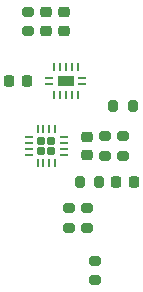
<source format=gbr>
%TF.GenerationSoftware,KiCad,Pcbnew,8.0.7-8.0.7-0~ubuntu24.04.1*%
%TF.CreationDate,2025-01-05T10:30:42-08:00*%
%TF.ProjectId,mag-encoder,6d61672d-656e-4636-9f64-65722e6b6963,1*%
%TF.SameCoordinates,Original*%
%TF.FileFunction,Paste,Bot*%
%TF.FilePolarity,Positive*%
%FSLAX46Y46*%
G04 Gerber Fmt 4.6, Leading zero omitted, Abs format (unit mm)*
G04 Created by KiCad (PCBNEW 8.0.7-8.0.7-0~ubuntu24.04.1) date 2025-01-05 10:30:42*
%MOMM*%
%LPD*%
G01*
G04 APERTURE LIST*
G04 Aperture macros list*
%AMRoundRect*
0 Rectangle with rounded corners*
0 $1 Rounding radius*
0 $2 $3 $4 $5 $6 $7 $8 $9 X,Y pos of 4 corners*
0 Add a 4 corners polygon primitive as box body*
4,1,4,$2,$3,$4,$5,$6,$7,$8,$9,$2,$3,0*
0 Add four circle primitives for the rounded corners*
1,1,$1+$1,$2,$3*
1,1,$1+$1,$4,$5*
1,1,$1+$1,$6,$7*
1,1,$1+$1,$8,$9*
0 Add four rect primitives between the rounded corners*
20,1,$1+$1,$2,$3,$4,$5,0*
20,1,$1+$1,$4,$5,$6,$7,0*
20,1,$1+$1,$6,$7,$8,$9,0*
20,1,$1+$1,$8,$9,$2,$3,0*%
G04 Aperture macros list end*
%ADD10RoundRect,0.200000X-0.275000X0.200000X-0.275000X-0.200000X0.275000X-0.200000X0.275000X0.200000X0*%
%ADD11RoundRect,0.225000X0.250000X-0.225000X0.250000X0.225000X-0.250000X0.225000X-0.250000X-0.225000X0*%
%ADD12RoundRect,0.225000X-0.250000X0.225000X-0.250000X-0.225000X0.250000X-0.225000X0.250000X0.225000X0*%
%ADD13RoundRect,0.050000X0.250000X0.075000X-0.250000X0.075000X-0.250000X-0.075000X0.250000X-0.075000X0*%
%ADD14RoundRect,0.050000X-0.075000X0.250000X-0.075000X-0.250000X0.075000X-0.250000X0.075000X0.250000X0*%
%ADD15RoundRect,0.182800X-0.502700X0.274200X-0.502700X-0.274200X0.502700X-0.274200X0.502700X0.274200X0*%
%ADD16RoundRect,0.225000X0.225000X0.250000X-0.225000X0.250000X-0.225000X-0.250000X0.225000X-0.250000X0*%
%ADD17RoundRect,0.200000X0.275000X-0.200000X0.275000X0.200000X-0.275000X0.200000X-0.275000X-0.200000X0*%
%ADD18RoundRect,0.225000X-0.225000X-0.250000X0.225000X-0.250000X0.225000X0.250000X-0.225000X0.250000X0*%
%ADD19RoundRect,0.200000X-0.200000X-0.275000X0.200000X-0.275000X0.200000X0.275000X-0.200000X0.275000X0*%
%ADD20RoundRect,0.172500X-0.172500X-0.172500X0.172500X-0.172500X0.172500X0.172500X-0.172500X0.172500X0*%
%ADD21RoundRect,0.062500X-0.287500X-0.062500X0.287500X-0.062500X0.287500X0.062500X-0.287500X0.062500X0*%
%ADD22RoundRect,0.062500X-0.062500X-0.287500X0.062500X-0.287500X0.062500X0.287500X-0.062500X0.287500X0*%
G04 APERTURE END LIST*
D10*
%TO.C,R3*%
X235508800Y-122746000D03*
X235508800Y-124396000D03*
%TD*%
D11*
%TO.C,C2*%
X233984800Y-124346000D03*
X233984800Y-122796000D03*
%TD*%
D12*
%TO.C,C4*%
X230505000Y-112255000D03*
X230505000Y-113805000D03*
%TD*%
D13*
%TO.C,U2*%
X230806800Y-117809200D03*
D14*
X231206800Y-116909200D03*
X231706800Y-116909200D03*
X232206800Y-116909200D03*
X232706800Y-116909200D03*
X233206800Y-116909200D03*
D13*
X233606800Y-117809200D03*
X233606800Y-118309200D03*
D14*
X233206800Y-119209200D03*
X232706800Y-119209200D03*
X232206800Y-119209200D03*
X231706800Y-119209200D03*
X231206800Y-119209200D03*
D13*
X230806800Y-118309200D03*
D15*
X232206800Y-118059200D03*
%TD*%
D10*
%TO.C,R7*%
X232460800Y-128842000D03*
X232460800Y-130492000D03*
%TD*%
D16*
%TO.C,C5*%
X228917800Y-118059200D03*
X227367800Y-118059200D03*
%TD*%
D17*
%TO.C,R5*%
X234696000Y-134937000D03*
X234696000Y-133287000D03*
%TD*%
D10*
%TO.C,R2*%
X237032800Y-122746000D03*
X237032800Y-124396000D03*
%TD*%
D18*
%TO.C,C1*%
X236461000Y-126619000D03*
X238011000Y-126619000D03*
%TD*%
D19*
%TO.C,R1*%
X236207800Y-120142000D03*
X237857800Y-120142000D03*
%TD*%
%TO.C,R4*%
X233363000Y-126619000D03*
X235013000Y-126619000D03*
%TD*%
D12*
%TO.C,C3*%
X232029000Y-112255000D03*
X232029000Y-113805000D03*
%TD*%
D20*
%TO.C,U3*%
X230130800Y-123146000D03*
X230130800Y-123996000D03*
X230980800Y-123146000D03*
X230980800Y-123996000D03*
D21*
X229105800Y-124309000D03*
X229105800Y-123809000D03*
X229105800Y-123309000D03*
X229105800Y-122809000D03*
D22*
X229805800Y-122121000D03*
X230305800Y-122121000D03*
X230805800Y-122121000D03*
X231305800Y-122121000D03*
D21*
X232005800Y-122821000D03*
X232005800Y-123321000D03*
X232005800Y-123821000D03*
X232005800Y-124321000D03*
D22*
X231305800Y-125021000D03*
X230805800Y-125021000D03*
X230305800Y-125021000D03*
X229805800Y-125021000D03*
%TD*%
D10*
%TO.C,R6*%
X233984800Y-128842000D03*
X233984800Y-130492000D03*
%TD*%
%TO.C,R8*%
X228981000Y-112205000D03*
X228981000Y-113855000D03*
%TD*%
M02*

</source>
